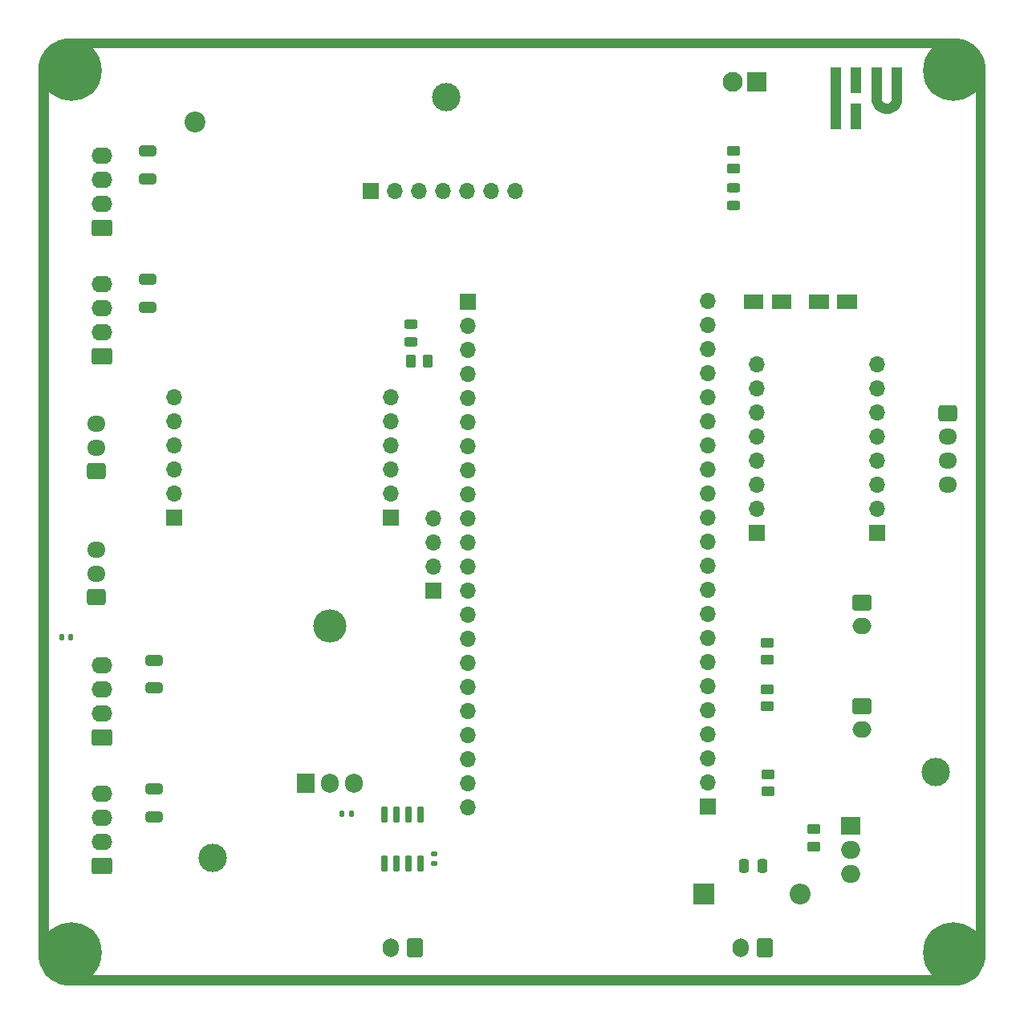
<source format=gbr>
%TF.GenerationSoftware,KiCad,Pcbnew,(7.0.0)*%
%TF.CreationDate,2023-04-24T11:20:32+02:00*%
%TF.ProjectId,Weatherstation_ESP32S3_Backplane,57656174-6865-4727-9374-6174696f6e5f,rev?*%
%TF.SameCoordinates,Original*%
%TF.FileFunction,Soldermask,Top*%
%TF.FilePolarity,Negative*%
%FSLAX46Y46*%
G04 Gerber Fmt 4.6, Leading zero omitted, Abs format (unit mm)*
G04 Created by KiCad (PCBNEW (7.0.0)) date 2023-04-24 11:20:32*
%MOMM*%
%LPD*%
G01*
G04 APERTURE LIST*
G04 Aperture macros list*
%AMRoundRect*
0 Rectangle with rounded corners*
0 $1 Rounding radius*
0 $2 $3 $4 $5 $6 $7 $8 $9 X,Y pos of 4 corners*
0 Add a 4 corners polygon primitive as box body*
4,1,4,$2,$3,$4,$5,$6,$7,$8,$9,$2,$3,0*
0 Add four circle primitives for the rounded corners*
1,1,$1+$1,$2,$3*
1,1,$1+$1,$4,$5*
1,1,$1+$1,$6,$7*
1,1,$1+$1,$8,$9*
0 Add four rect primitives between the rounded corners*
20,1,$1+$1,$2,$3,$4,$5,0*
20,1,$1+$1,$4,$5,$6,$7,0*
20,1,$1+$1,$6,$7,$8,$9,0*
20,1,$1+$1,$8,$9,$2,$3,0*%
%AMFreePoly0*
4,1,6,1.000000,0.000000,0.500000,-0.750000,-0.500000,-0.750000,-0.500000,0.750000,0.500000,0.750000,1.000000,0.000000,1.000000,0.000000,$1*%
G04 Aperture macros list end*
%ADD10R,1.700000X1.700000*%
%ADD11O,1.700000X1.700000*%
%ADD12O,3.500000X3.500000*%
%ADD13R,1.905000X2.000000*%
%ADD14O,1.905000X2.000000*%
%ADD15RoundRect,0.250000X0.262500X0.450000X-0.262500X0.450000X-0.262500X-0.450000X0.262500X-0.450000X0*%
%ADD16RoundRect,0.243750X-0.456250X0.243750X-0.456250X-0.243750X0.456250X-0.243750X0.456250X0.243750X0*%
%ADD17RoundRect,0.250000X-0.450000X0.262500X-0.450000X-0.262500X0.450000X-0.262500X0.450000X0.262500X0*%
%ADD18RoundRect,0.140000X0.140000X0.170000X-0.140000X0.170000X-0.140000X-0.170000X0.140000X-0.170000X0*%
%ADD19RoundRect,0.250000X0.650000X-0.325000X0.650000X0.325000X-0.650000X0.325000X-0.650000X-0.325000X0*%
%ADD20RoundRect,0.150000X0.150000X-0.725000X0.150000X0.725000X-0.150000X0.725000X-0.150000X-0.725000X0*%
%ADD21RoundRect,0.140000X-0.170000X0.140000X-0.170000X-0.140000X0.170000X-0.140000X0.170000X0.140000X0*%
%ADD22RoundRect,0.250000X0.845000X-0.620000X0.845000X0.620000X-0.845000X0.620000X-0.845000X-0.620000X0*%
%ADD23O,2.190000X1.740000*%
%ADD24RoundRect,0.250000X0.450000X-0.262500X0.450000X0.262500X-0.450000X0.262500X-0.450000X-0.262500X0*%
%ADD25C,0.800000*%
%ADD26C,6.400000*%
%ADD27R,2.000000X1.905000*%
%ADD28O,2.000000X1.905000*%
%ADD29C,2.200000*%
%ADD30RoundRect,0.250000X0.600000X0.750000X-0.600000X0.750000X-0.600000X-0.750000X0.600000X-0.750000X0*%
%ADD31O,1.700000X2.000000*%
%ADD32R,2.200000X2.200000*%
%ADD33O,2.200000X2.200000*%
%ADD34RoundRect,0.250000X0.250000X0.475000X-0.250000X0.475000X-0.250000X-0.475000X0.250000X-0.475000X0*%
%ADD35RoundRect,0.250000X-0.750000X0.600000X-0.750000X-0.600000X0.750000X-0.600000X0.750000X0.600000X0*%
%ADD36O,2.000000X1.700000*%
%ADD37RoundRect,0.243750X0.456250X-0.243750X0.456250X0.243750X-0.456250X0.243750X-0.456250X-0.243750X0*%
%ADD38R,1.500000X1.500000*%
%ADD39FreePoly0,180.000000*%
%ADD40FreePoly0,0.000000*%
%ADD41RoundRect,0.250000X0.725000X-0.600000X0.725000X0.600000X-0.725000X0.600000X-0.725000X-0.600000X0*%
%ADD42O,1.950000X1.700000*%
%ADD43C,3.000000*%
%ADD44RoundRect,0.140000X-0.140000X-0.170000X0.140000X-0.170000X0.140000X0.170000X-0.140000X0.170000X0*%
%ADD45R,2.100000X2.100000*%
%ADD46C,2.100000*%
%ADD47RoundRect,0.250000X-0.725000X0.600000X-0.725000X-0.600000X0.725000X-0.600000X0.725000X0.600000X0*%
G04 APERTURE END LIST*
%TO.C,G\u002A\u002A\u002A*%
G36*
X217148381Y-39020000D02*
G01*
X217148381Y-42302866D01*
X216604363Y-42302866D01*
X216060346Y-42302866D01*
X216060346Y-39020000D01*
X216060346Y-35737135D01*
X216604363Y-35737135D01*
X217148381Y-35737135D01*
X217148381Y-39020000D01*
G37*
G36*
X219311946Y-37106559D02*
G01*
X219311946Y-38475983D01*
X218767928Y-38475983D01*
X218223910Y-38475983D01*
X218223910Y-37106559D01*
X218223910Y-35737135D01*
X218767928Y-35737135D01*
X219311946Y-35737135D01*
X219311946Y-37106559D01*
G37*
G36*
X219311946Y-40933442D02*
G01*
X219311946Y-42302866D01*
X218767928Y-42302866D01*
X218223910Y-42302866D01*
X218223910Y-40933442D01*
X218223910Y-39564018D01*
X218767928Y-39564018D01*
X219311946Y-39564018D01*
X219311946Y-40933442D01*
G37*
G36*
X221475511Y-37385650D02*
G01*
X221475602Y-37658604D01*
X221475877Y-37906893D01*
X221476339Y-38130867D01*
X221476990Y-38330872D01*
X221477834Y-38507256D01*
X221478873Y-38660368D01*
X221480109Y-38790555D01*
X221481546Y-38898164D01*
X221483186Y-38983544D01*
X221485032Y-39047043D01*
X221487087Y-39089007D01*
X221489065Y-39108373D01*
X221519875Y-39214246D01*
X221570068Y-39309965D01*
X221636686Y-39393347D01*
X221716767Y-39462208D01*
X221807353Y-39514363D01*
X221905484Y-39547627D01*
X222008200Y-39559816D01*
X222091439Y-39552969D01*
X222197314Y-39522789D01*
X222295862Y-39472324D01*
X222382481Y-39404804D01*
X222452570Y-39323463D01*
X222478718Y-39280960D01*
X222488812Y-39262642D01*
X222497922Y-39245965D01*
X222506098Y-39229623D01*
X222513392Y-39212307D01*
X222519852Y-39192713D01*
X222525530Y-39169531D01*
X222530475Y-39141456D01*
X222534739Y-39107181D01*
X222538372Y-39065398D01*
X222541423Y-39014800D01*
X222543944Y-38954081D01*
X222545984Y-38881933D01*
X222547595Y-38797050D01*
X222548826Y-38698125D01*
X222549727Y-38583850D01*
X222550350Y-38452919D01*
X222550744Y-38304024D01*
X222550960Y-38135859D01*
X222551048Y-37947117D01*
X222551059Y-37736490D01*
X222551043Y-37502672D01*
X222551040Y-37404079D01*
X222551040Y-35737135D01*
X223095347Y-35737135D01*
X223639655Y-35737135D01*
X223636238Y-37516135D01*
X223632822Y-39295136D01*
X223592918Y-39442552D01*
X223529025Y-39632969D01*
X223443546Y-39814158D01*
X223338219Y-39983088D01*
X223214784Y-40136727D01*
X223164244Y-40189719D01*
X223012731Y-40323986D01*
X222848149Y-40437305D01*
X222671911Y-40528940D01*
X222485431Y-40598157D01*
X222290122Y-40644223D01*
X222289333Y-40644358D01*
X222212811Y-40653929D01*
X222120062Y-40660101D01*
X222019634Y-40662769D01*
X221920075Y-40661825D01*
X221829932Y-40657165D01*
X221771090Y-40650798D01*
X221621784Y-40619666D01*
X221466716Y-40570369D01*
X221313316Y-40505994D01*
X221169011Y-40429625D01*
X221050867Y-40351574D01*
X220897072Y-40222222D01*
X220761145Y-40076201D01*
X220644238Y-39915444D01*
X220547498Y-39741886D01*
X220472078Y-39557462D01*
X220419127Y-39364105D01*
X220400417Y-39257617D01*
X220398575Y-39231856D01*
X220396858Y-39181845D01*
X220395271Y-39108346D01*
X220393820Y-39012123D01*
X220392510Y-38893938D01*
X220391346Y-38754552D01*
X220390334Y-38594729D01*
X220389479Y-38415231D01*
X220388786Y-38216820D01*
X220388262Y-38000259D01*
X220387910Y-37766310D01*
X220387737Y-37515735D01*
X220387723Y-37453605D01*
X220387475Y-35737135D01*
X220931493Y-35737135D01*
X221475511Y-35737135D01*
X221475511Y-37385650D01*
G37*
%TD*%
D10*
%TO.C,J15*%
X174139999Y-90949999D03*
D11*
X174139999Y-88409999D03*
X174139999Y-85869999D03*
X174139999Y-83329999D03*
%TD*%
D12*
%TO.C,U1*%
X163229999Y-94639999D03*
D13*
X160689999Y-111299999D03*
D14*
X163229999Y-111299999D03*
X165769999Y-111299999D03*
%TD*%
D15*
%TO.C,R5*%
X173592500Y-66730000D03*
X171767500Y-66730000D03*
%TD*%
D16*
%TO.C,D3*%
X171770000Y-62852500D03*
X171770000Y-64727500D03*
%TD*%
D17*
%TO.C,R6*%
X214310000Y-116135000D03*
X214310000Y-117960000D03*
%TD*%
D18*
%TO.C,C3*%
X165490000Y-114470000D03*
X164530000Y-114470000D03*
%TD*%
D19*
%TO.C,C2*%
X144060000Y-47510000D03*
X144060000Y-44560000D03*
%TD*%
D20*
%TO.C,U2*%
X169025000Y-119765000D03*
X170295000Y-119765000D03*
X171565000Y-119765000D03*
X172835000Y-119765000D03*
X172835000Y-114615000D03*
X171565000Y-114615000D03*
X170295000Y-114615000D03*
X169025000Y-114615000D03*
%TD*%
D21*
%TO.C,C6*%
X174220000Y-118760000D03*
X174220000Y-119720000D03*
%TD*%
D22*
%TO.C,J8*%
X139190000Y-52655000D03*
D23*
X139189999Y-50114999D03*
X139189999Y-47574999D03*
X139189999Y-45034999D03*
%TD*%
D19*
%TO.C,C7*%
X144720000Y-114830000D03*
X144720000Y-111880000D03*
%TD*%
D24*
%TO.C,R3*%
X209370000Y-98262500D03*
X209370000Y-96437500D03*
%TD*%
D25*
%TO.C,H3*%
X226590000Y-129170000D03*
X227292944Y-127472944D03*
X227292944Y-130867056D03*
X228990000Y-126770000D03*
D26*
X228990000Y-129170000D03*
D25*
X228990000Y-131570000D03*
X230687056Y-127472944D03*
X230687056Y-130867056D03*
X231390000Y-129170000D03*
%TD*%
D19*
%TO.C,C4*%
X144040000Y-61070000D03*
X144040000Y-58120000D03*
%TD*%
D27*
%TO.C,Q1*%
X218154999Y-115769999D03*
D28*
X218154999Y-118309999D03*
X218154999Y-120849999D03*
%TD*%
D29*
%TO.C,H5*%
X149000000Y-41510000D03*
%TD*%
D30*
%TO.C,J18*%
X209120000Y-128625000D03*
D31*
X206619999Y-128624999D03*
%TD*%
D32*
%TO.C,D2*%
X202699999Y-122929999D03*
D33*
X212859999Y-122929999D03*
%TD*%
D34*
%TO.C,C8*%
X208860000Y-120010000D03*
X206960000Y-120010000D03*
%TD*%
D30*
%TO.C,J1*%
X172180000Y-128595000D03*
D31*
X169679999Y-128594999D03*
%TD*%
D35*
%TO.C,J11*%
X219390000Y-103140000D03*
D36*
X219389999Y-105639999D03*
%TD*%
D17*
%TO.C,R4*%
X209440000Y-110307500D03*
X209440000Y-112132500D03*
%TD*%
D10*
%TO.C,J13*%
X177799999Y-60469999D03*
D11*
X177799999Y-63009999D03*
X177799999Y-65549999D03*
X177799999Y-68089999D03*
X177799999Y-70629999D03*
X177799999Y-73169999D03*
X177799999Y-75709999D03*
X177799999Y-78249999D03*
X177799999Y-80789999D03*
X177799999Y-83329999D03*
X177799999Y-85869999D03*
X177799999Y-88409999D03*
X177799999Y-90949999D03*
X177799999Y-93489999D03*
X177799999Y-96029999D03*
X177799999Y-98569999D03*
X177799999Y-101109999D03*
X177799999Y-103649999D03*
X177799999Y-106189999D03*
X177799999Y-108729999D03*
X177799999Y-111269999D03*
X177799999Y-113809999D03*
%TD*%
D37*
%TO.C,D1*%
X205840000Y-50317500D03*
X205840000Y-48442500D03*
%TD*%
D25*
%TO.C,H4*%
X133550000Y-129170000D03*
X134252944Y-127472944D03*
X134252944Y-130867056D03*
X135950000Y-126770000D03*
D26*
X135950000Y-129170000D03*
D25*
X135950000Y-131570000D03*
X137647056Y-127472944D03*
X137647056Y-130867056D03*
X138350000Y-129170000D03*
%TD*%
D10*
%TO.C,J14*%
X203149999Y-113769999D03*
D11*
X203149999Y-111229999D03*
X203149999Y-108689999D03*
X203149999Y-106149999D03*
X203149999Y-103609999D03*
X203149999Y-101069999D03*
X203149999Y-98529999D03*
X203149999Y-95989999D03*
X203149999Y-93449999D03*
X203149999Y-90909999D03*
X203149999Y-88369999D03*
X203149999Y-85829999D03*
X203149999Y-83289999D03*
X203149999Y-80749999D03*
X203149999Y-78209999D03*
X203149999Y-75669999D03*
X203149999Y-73129999D03*
X203149999Y-70589999D03*
X203149999Y-68049999D03*
X203149999Y-65509999D03*
X203149999Y-62969999D03*
X203149999Y-60429999D03*
%TD*%
D38*
%TO.C,JP2*%
X217519999Y-60482499D03*
X215119999Y-60482499D03*
D39*
X218320000Y-60482500D03*
D40*
X214320000Y-60482500D03*
%TD*%
D41*
%TO.C,J2*%
X138620000Y-91665000D03*
D42*
X138619999Y-89164999D03*
X138619999Y-86664999D03*
%TD*%
D10*
%TO.C,J5*%
X208299999Y-84869999D03*
D11*
X208299999Y-82329999D03*
X208299999Y-79789999D03*
X208299999Y-77249999D03*
X208299999Y-74709999D03*
X208299999Y-72169999D03*
X208299999Y-69629999D03*
X208299999Y-67089999D03*
%TD*%
D17*
%TO.C,R2*%
X209370000Y-101337500D03*
X209370000Y-103162500D03*
%TD*%
D10*
%TO.C,J6*%
X220999999Y-84869999D03*
D11*
X220999999Y-82329999D03*
X220999999Y-79789999D03*
X220999999Y-77249999D03*
X220999999Y-74709999D03*
X220999999Y-72169999D03*
X220999999Y-69629999D03*
X220999999Y-67089999D03*
%TD*%
D25*
%TO.C,H2*%
X226590000Y-36130000D03*
X227292944Y-34432944D03*
X227292944Y-37827056D03*
X228990000Y-33730000D03*
D26*
X228990000Y-36130000D03*
D25*
X228990000Y-38530000D03*
X230687056Y-34432944D03*
X230687056Y-37827056D03*
X231390000Y-36130000D03*
%TD*%
%TO.C,H1*%
X133550000Y-36127056D03*
X134252944Y-34430000D03*
X134252944Y-37824112D03*
X135950000Y-33727056D03*
D26*
X135950000Y-36127056D03*
D25*
X135950000Y-38527056D03*
X137647056Y-34430000D03*
X137647056Y-37824112D03*
X138350000Y-36127056D03*
%TD*%
D35*
%TO.C,J16*%
X219390000Y-92200000D03*
D36*
X219389999Y-94699999D03*
%TD*%
D43*
%TO.C,FID2*%
X150900000Y-119140000D03*
%TD*%
D22*
%TO.C,J17*%
X139190000Y-119985000D03*
D23*
X139189999Y-117444999D03*
X139189999Y-114904999D03*
X139189999Y-112364999D03*
%TD*%
D44*
%TO.C,C1*%
X134940000Y-95830000D03*
X135900000Y-95830000D03*
%TD*%
D38*
%TO.C,JP1*%
X210629999Y-60459999D03*
X208229999Y-60459999D03*
D39*
X211430000Y-60460000D03*
D40*
X207430000Y-60460000D03*
%TD*%
D22*
%TO.C,J12*%
X139190000Y-106415000D03*
D23*
X139189999Y-103874999D03*
X139189999Y-101334999D03*
X139189999Y-98794999D03*
%TD*%
D10*
%TO.C,J19*%
X146819999Y-83289999D03*
D11*
X146819999Y-80749999D03*
X146819999Y-78209999D03*
X146819999Y-75669999D03*
X146819999Y-73129999D03*
X146819999Y-70589999D03*
%TD*%
D17*
%TO.C,R1*%
X205850000Y-44567500D03*
X205850000Y-46392500D03*
%TD*%
D43*
%TO.C,FID1*%
X175514000Y-38862000D03*
%TD*%
D45*
%TO.C,J9*%
X208319999Y-37239999D03*
D46*
X205780000Y-37240000D03*
%TD*%
D41*
%TO.C,J3*%
X138620000Y-78355000D03*
D42*
X138619999Y-75854999D03*
X138619999Y-73354999D03*
%TD*%
D47*
%TO.C,J7*%
X228460000Y-72240000D03*
D42*
X228459999Y-74739999D03*
X228459999Y-77239999D03*
X228459999Y-79739999D03*
%TD*%
D10*
%TO.C,J4*%
X167539999Y-48789999D03*
D11*
X170079999Y-48789999D03*
X172619999Y-48789999D03*
X175159999Y-48789999D03*
X177699999Y-48789999D03*
X180239999Y-48789999D03*
X182779999Y-48789999D03*
%TD*%
D19*
%TO.C,C5*%
X144670000Y-101240000D03*
X144670000Y-98290000D03*
%TD*%
D22*
%TO.C,J10*%
X139190000Y-66225000D03*
D23*
X139189999Y-63684999D03*
X139189999Y-61144999D03*
X139189999Y-58604999D03*
%TD*%
D10*
%TO.C,J20*%
X169679999Y-83289999D03*
D11*
X169679999Y-80749999D03*
X169679999Y-78209999D03*
X169679999Y-75669999D03*
X169679999Y-73129999D03*
X169679999Y-70589999D03*
%TD*%
D43*
%TO.C,FID3*%
X227130000Y-110120000D03*
%TD*%
G36*
X231370666Y-33535760D02*
G01*
X231483408Y-33636512D01*
X231483488Y-33636592D01*
X231722607Y-33904167D01*
X231722677Y-33904254D01*
X231930333Y-34196918D01*
X231930392Y-34197013D01*
X232103975Y-34511088D01*
X232104024Y-34511189D01*
X232241351Y-34842724D01*
X232241388Y-34842830D01*
X232340730Y-35187656D01*
X232340755Y-35187765D01*
X232400865Y-35541546D01*
X232400877Y-35541658D01*
X232420998Y-35899944D01*
X232421000Y-35900000D01*
X232421000Y-129400000D01*
X232420998Y-129400056D01*
X232400877Y-129758342D01*
X232400865Y-129758454D01*
X232340755Y-130112235D01*
X232340730Y-130112344D01*
X232241388Y-130457170D01*
X232241351Y-130457276D01*
X232104024Y-130788811D01*
X232103975Y-130788912D01*
X231930392Y-131102987D01*
X231930333Y-131103082D01*
X231722677Y-131395746D01*
X231722607Y-131395833D01*
X231483488Y-131663408D01*
X231483408Y-131663488D01*
X231370666Y-131764240D01*
X231369963Y-131764493D01*
X231369280Y-131764188D01*
X231369000Y-131763494D01*
X231369000Y-33536506D01*
X231369280Y-33535812D01*
X231369963Y-33535507D01*
X231370666Y-33535760D01*
G37*
G36*
X231370707Y-131549293D02*
G01*
X231371000Y-131550000D01*
X231371000Y-131763494D01*
X231370913Y-131763902D01*
X231370666Y-131764240D01*
X231215833Y-131902607D01*
X231215746Y-131902677D01*
X230923082Y-132110333D01*
X230922987Y-132110392D01*
X230608912Y-132283975D01*
X230608811Y-132284024D01*
X230277276Y-132421351D01*
X230277170Y-132421388D01*
X229932344Y-132520730D01*
X229932235Y-132520755D01*
X229578454Y-132580865D01*
X229578342Y-132580877D01*
X229220056Y-132600998D01*
X229220000Y-132601000D01*
X135720000Y-132601000D01*
X135719944Y-132600998D01*
X135361658Y-132580877D01*
X135361546Y-132580865D01*
X135007765Y-132520755D01*
X135007656Y-132520730D01*
X134662830Y-132421388D01*
X134662724Y-132421351D01*
X134331189Y-132284024D01*
X134331088Y-132283975D01*
X134017013Y-132110392D01*
X134016918Y-132110333D01*
X133724254Y-131902677D01*
X133724167Y-131902607D01*
X133569334Y-131764240D01*
X133569087Y-131763902D01*
X133569000Y-131763494D01*
X133569000Y-131550000D01*
X133569293Y-131549293D01*
X133570000Y-131549000D01*
X231370000Y-131549000D01*
X231370707Y-131549293D01*
G37*
G36*
X133570720Y-33535812D02*
G01*
X133571000Y-33536506D01*
X133571000Y-131763494D01*
X133570720Y-131764188D01*
X133570037Y-131764493D01*
X133569334Y-131764240D01*
X133456592Y-131663488D01*
X133456512Y-131663408D01*
X133217393Y-131395833D01*
X133217323Y-131395746D01*
X133009667Y-131103082D01*
X133009608Y-131102987D01*
X132836025Y-130788912D01*
X132835976Y-130788811D01*
X132698649Y-130457276D01*
X132698612Y-130457170D01*
X132599270Y-130112344D01*
X132599245Y-130112235D01*
X132539135Y-129758454D01*
X132539123Y-129758342D01*
X132519002Y-129400056D01*
X132519000Y-129400000D01*
X132519000Y-35900000D01*
X132519002Y-35899944D01*
X132539123Y-35541658D01*
X132539135Y-35541546D01*
X132599245Y-35187765D01*
X132599270Y-35187656D01*
X132698612Y-34842830D01*
X132698649Y-34842724D01*
X132835976Y-34511189D01*
X132836025Y-34511088D01*
X133009608Y-34197013D01*
X133009667Y-34196918D01*
X133217323Y-33904254D01*
X133217393Y-33904167D01*
X133456512Y-33636592D01*
X133456592Y-33636512D01*
X133569334Y-33535760D01*
X133570037Y-33535507D01*
X133570720Y-33535812D01*
G37*
G36*
X231370707Y-33749293D02*
G01*
X231371000Y-33750000D01*
X231371000Y-34010000D01*
X231370707Y-34010707D01*
X231370000Y-34011000D01*
X231369293Y-34010707D01*
X231109293Y-33750707D01*
X231109000Y-33750000D01*
X231109293Y-33749293D01*
X231110000Y-33749000D01*
X231370000Y-33749000D01*
X231370707Y-33749293D01*
G37*
G36*
X133512896Y-131174438D02*
G01*
X133554791Y-131219343D01*
X133570000Y-131278845D01*
X133570000Y-131283674D01*
X133573788Y-131297813D01*
X133591655Y-131315680D01*
X133601179Y-131321179D01*
X133821361Y-131541361D01*
X133830932Y-131547756D01*
X133842211Y-131550000D01*
X133851007Y-131550000D01*
X133910461Y-131565183D01*
X133955356Y-131607013D01*
X133974698Y-131665247D01*
X133963750Y-131725624D01*
X133925193Y-131773360D01*
X133868470Y-131796764D01*
X133859310Y-131798067D01*
X133847694Y-131799165D01*
X133832928Y-131799862D01*
X133827081Y-131800000D01*
X133658184Y-131800000D01*
X133613963Y-131791847D01*
X133575557Y-131768460D01*
X133462450Y-131667382D01*
X133452617Y-131657549D01*
X133351540Y-131544443D01*
X133328153Y-131506037D01*
X133320000Y-131461816D01*
X133320000Y-131302868D01*
X133320132Y-131297148D01*
X133320801Y-131282661D01*
X133321859Y-131271240D01*
X133323190Y-131261704D01*
X133346478Y-131204876D01*
X133394179Y-131166193D01*
X133454591Y-131155143D01*
X133512896Y-131174438D01*
G37*
G36*
X231370707Y-131289293D02*
G01*
X231371000Y-131290000D01*
X231371000Y-131550000D01*
X231370707Y-131550707D01*
X231370000Y-131551000D01*
X231110000Y-131551000D01*
X231109293Y-131550707D01*
X231109000Y-131550000D01*
X231109293Y-131549293D01*
X231369293Y-131289293D01*
X231370000Y-131289000D01*
X231370707Y-131289293D01*
G37*
G36*
X133810707Y-33749293D02*
G01*
X133811000Y-33750000D01*
X133810707Y-33750707D01*
X133570707Y-33990707D01*
X133570000Y-33991000D01*
X133569293Y-33990707D01*
X133569000Y-33990000D01*
X133569000Y-33750000D01*
X133569293Y-33749293D01*
X133570000Y-33749000D01*
X133810000Y-33749000D01*
X133810707Y-33749293D01*
G37*
G36*
X229220056Y-32699002D02*
G01*
X229578342Y-32719123D01*
X229578454Y-32719135D01*
X229932235Y-32779245D01*
X229932344Y-32779270D01*
X230277170Y-32878612D01*
X230277276Y-32878649D01*
X230608811Y-33015976D01*
X230608912Y-33016025D01*
X230922987Y-33189608D01*
X230923082Y-33189667D01*
X231215746Y-33397323D01*
X231215833Y-33397393D01*
X231370666Y-33535760D01*
X231370913Y-33536098D01*
X231371000Y-33536506D01*
X231371000Y-33750000D01*
X231370707Y-33750707D01*
X231370000Y-33751000D01*
X133570000Y-33751000D01*
X133569293Y-33750707D01*
X133569000Y-33750000D01*
X133569000Y-33536506D01*
X133569087Y-33536098D01*
X133569334Y-33535760D01*
X133724167Y-33397393D01*
X133724254Y-33397323D01*
X134016918Y-33189667D01*
X134017013Y-33189608D01*
X134331088Y-33016025D01*
X134331189Y-33015976D01*
X134662724Y-32878649D01*
X134662830Y-32878612D01*
X135007656Y-32779270D01*
X135007765Y-32779245D01*
X135361546Y-32719135D01*
X135361658Y-32719123D01*
X135719944Y-32699002D01*
X135720000Y-32699000D01*
X229220000Y-32699000D01*
X229220056Y-32699002D01*
G37*
M02*

</source>
